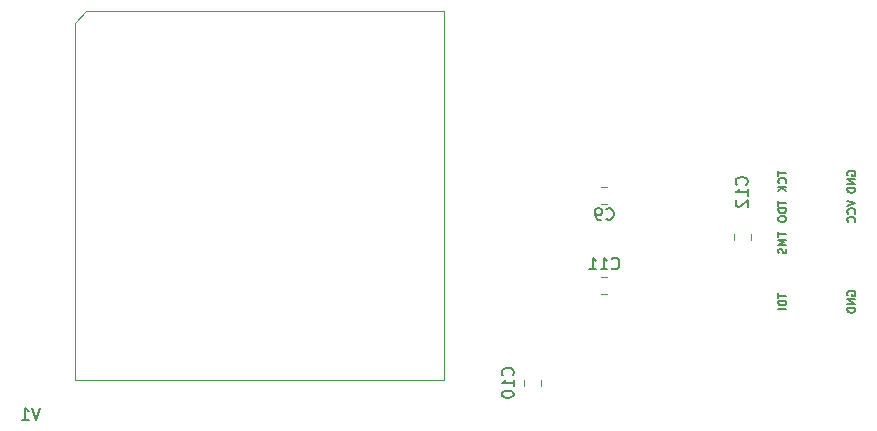
<source format=gbr>
G04 #@! TF.GenerationSoftware,KiCad,Pcbnew,7.0.10*
G04 #@! TF.CreationDate,2024-02-23T14:33:58-06:00*
G04 #@! TF.ProjectId,A600FastRAM,41363030-4661-4737-9452-414d2e6b6963,5*
G04 #@! TF.SameCoordinates,Original*
G04 #@! TF.FileFunction,Legend,Bot*
G04 #@! TF.FilePolarity,Positive*
%FSLAX46Y46*%
G04 Gerber Fmt 4.6, Leading zero omitted, Abs format (unit mm)*
G04 Created by KiCad (PCBNEW 7.0.10) date 2024-02-23 14:33:58*
%MOMM*%
%LPD*%
G01*
G04 APERTURE LIST*
%ADD10C,0.150000*%
%ADD11C,0.200000*%
%ADD12C,0.120000*%
G04 APERTURE END LIST*
D10*
X176654033Y-103621000D02*
X176654033Y-104021000D01*
X177354033Y-103821000D02*
X176654033Y-103821000D01*
X177287366Y-104654333D02*
X177320700Y-104621000D01*
X177320700Y-104621000D02*
X177354033Y-104521000D01*
X177354033Y-104521000D02*
X177354033Y-104454333D01*
X177354033Y-104454333D02*
X177320700Y-104354333D01*
X177320700Y-104354333D02*
X177254033Y-104287667D01*
X177254033Y-104287667D02*
X177187366Y-104254333D01*
X177187366Y-104254333D02*
X177054033Y-104221000D01*
X177054033Y-104221000D02*
X176954033Y-104221000D01*
X176954033Y-104221000D02*
X176820700Y-104254333D01*
X176820700Y-104254333D02*
X176754033Y-104287667D01*
X176754033Y-104287667D02*
X176687366Y-104354333D01*
X176687366Y-104354333D02*
X176654033Y-104454333D01*
X176654033Y-104454333D02*
X176654033Y-104521000D01*
X176654033Y-104521000D02*
X176687366Y-104621000D01*
X176687366Y-104621000D02*
X176720700Y-104654333D01*
X177354033Y-104954333D02*
X176654033Y-104954333D01*
X177354033Y-105354333D02*
X176954033Y-105054333D01*
X176654033Y-105354333D02*
X177054033Y-104954333D01*
X176654033Y-106144333D02*
X176654033Y-106544333D01*
X177354033Y-106344333D02*
X176654033Y-106344333D01*
X177354033Y-106777666D02*
X176654033Y-106777666D01*
X176654033Y-106777666D02*
X176654033Y-106944333D01*
X176654033Y-106944333D02*
X176687366Y-107044333D01*
X176687366Y-107044333D02*
X176754033Y-107111000D01*
X176754033Y-107111000D02*
X176820700Y-107144333D01*
X176820700Y-107144333D02*
X176954033Y-107177666D01*
X176954033Y-107177666D02*
X177054033Y-107177666D01*
X177054033Y-107177666D02*
X177187366Y-107144333D01*
X177187366Y-107144333D02*
X177254033Y-107111000D01*
X177254033Y-107111000D02*
X177320700Y-107044333D01*
X177320700Y-107044333D02*
X177354033Y-106944333D01*
X177354033Y-106944333D02*
X177354033Y-106777666D01*
X176654033Y-107611000D02*
X176654033Y-107744333D01*
X176654033Y-107744333D02*
X176687366Y-107811000D01*
X176687366Y-107811000D02*
X176754033Y-107877666D01*
X176754033Y-107877666D02*
X176887366Y-107911000D01*
X176887366Y-107911000D02*
X177120700Y-107911000D01*
X177120700Y-107911000D02*
X177254033Y-107877666D01*
X177254033Y-107877666D02*
X177320700Y-107811000D01*
X177320700Y-107811000D02*
X177354033Y-107744333D01*
X177354033Y-107744333D02*
X177354033Y-107611000D01*
X177354033Y-107611000D02*
X177320700Y-107544333D01*
X177320700Y-107544333D02*
X177254033Y-107477666D01*
X177254033Y-107477666D02*
X177120700Y-107444333D01*
X177120700Y-107444333D02*
X176887366Y-107444333D01*
X176887366Y-107444333D02*
X176754033Y-107477666D01*
X176754033Y-107477666D02*
X176687366Y-107544333D01*
X176687366Y-107544333D02*
X176654033Y-107611000D01*
X176654033Y-108794666D02*
X176654033Y-109194666D01*
X177354033Y-108994666D02*
X176654033Y-108994666D01*
X177354033Y-109427999D02*
X176654033Y-109427999D01*
X176654033Y-109427999D02*
X177154033Y-109661333D01*
X177154033Y-109661333D02*
X176654033Y-109894666D01*
X176654033Y-109894666D02*
X177354033Y-109894666D01*
X177320700Y-110194666D02*
X177354033Y-110294666D01*
X177354033Y-110294666D02*
X177354033Y-110461333D01*
X177354033Y-110461333D02*
X177320700Y-110527999D01*
X177320700Y-110527999D02*
X177287366Y-110561333D01*
X177287366Y-110561333D02*
X177220700Y-110594666D01*
X177220700Y-110594666D02*
X177154033Y-110594666D01*
X177154033Y-110594666D02*
X177087366Y-110561333D01*
X177087366Y-110561333D02*
X177054033Y-110527999D01*
X177054033Y-110527999D02*
X177020700Y-110461333D01*
X177020700Y-110461333D02*
X176987366Y-110327999D01*
X176987366Y-110327999D02*
X176954033Y-110261333D01*
X176954033Y-110261333D02*
X176920700Y-110227999D01*
X176920700Y-110227999D02*
X176854033Y-110194666D01*
X176854033Y-110194666D02*
X176787366Y-110194666D01*
X176787366Y-110194666D02*
X176720700Y-110227999D01*
X176720700Y-110227999D02*
X176687366Y-110261333D01*
X176687366Y-110261333D02*
X176654033Y-110327999D01*
X176654033Y-110327999D02*
X176654033Y-110494666D01*
X176654033Y-110494666D02*
X176687366Y-110594666D01*
X176654033Y-113964333D02*
X176654033Y-114364333D01*
X177354033Y-114164333D02*
X176654033Y-114164333D01*
X177354033Y-114597666D02*
X176654033Y-114597666D01*
X176654033Y-114597666D02*
X176654033Y-114764333D01*
X176654033Y-114764333D02*
X176687366Y-114864333D01*
X176687366Y-114864333D02*
X176754033Y-114931000D01*
X176754033Y-114931000D02*
X176820700Y-114964333D01*
X176820700Y-114964333D02*
X176954033Y-114997666D01*
X176954033Y-114997666D02*
X177054033Y-114997666D01*
X177054033Y-114997666D02*
X177187366Y-114964333D01*
X177187366Y-114964333D02*
X177254033Y-114931000D01*
X177254033Y-114931000D02*
X177320700Y-114864333D01*
X177320700Y-114864333D02*
X177354033Y-114764333D01*
X177354033Y-114764333D02*
X177354033Y-114597666D01*
X177354033Y-115297666D02*
X176654033Y-115297666D01*
X182529366Y-114147667D02*
X182496033Y-114081000D01*
X182496033Y-114081000D02*
X182496033Y-113981000D01*
X182496033Y-113981000D02*
X182529366Y-113881000D01*
X182529366Y-113881000D02*
X182596033Y-113814334D01*
X182596033Y-113814334D02*
X182662700Y-113781000D01*
X182662700Y-113781000D02*
X182796033Y-113747667D01*
X182796033Y-113747667D02*
X182896033Y-113747667D01*
X182896033Y-113747667D02*
X183029366Y-113781000D01*
X183029366Y-113781000D02*
X183096033Y-113814334D01*
X183096033Y-113814334D02*
X183162700Y-113881000D01*
X183162700Y-113881000D02*
X183196033Y-113981000D01*
X183196033Y-113981000D02*
X183196033Y-114047667D01*
X183196033Y-114047667D02*
X183162700Y-114147667D01*
X183162700Y-114147667D02*
X183129366Y-114181000D01*
X183129366Y-114181000D02*
X182896033Y-114181000D01*
X182896033Y-114181000D02*
X182896033Y-114047667D01*
X183196033Y-114481000D02*
X182496033Y-114481000D01*
X182496033Y-114481000D02*
X183196033Y-114881000D01*
X183196033Y-114881000D02*
X182496033Y-114881000D01*
X183196033Y-115214333D02*
X182496033Y-115214333D01*
X182496033Y-115214333D02*
X182496033Y-115381000D01*
X182496033Y-115381000D02*
X182529366Y-115481000D01*
X182529366Y-115481000D02*
X182596033Y-115547667D01*
X182596033Y-115547667D02*
X182662700Y-115581000D01*
X182662700Y-115581000D02*
X182796033Y-115614333D01*
X182796033Y-115614333D02*
X182896033Y-115614333D01*
X182896033Y-115614333D02*
X183029366Y-115581000D01*
X183029366Y-115581000D02*
X183096033Y-115547667D01*
X183096033Y-115547667D02*
X183162700Y-115481000D01*
X183162700Y-115481000D02*
X183196033Y-115381000D01*
X183196033Y-115381000D02*
X183196033Y-115214333D01*
X182529366Y-103987667D02*
X182496033Y-103921000D01*
X182496033Y-103921000D02*
X182496033Y-103821000D01*
X182496033Y-103821000D02*
X182529366Y-103721000D01*
X182529366Y-103721000D02*
X182596033Y-103654334D01*
X182596033Y-103654334D02*
X182662700Y-103621000D01*
X182662700Y-103621000D02*
X182796033Y-103587667D01*
X182796033Y-103587667D02*
X182896033Y-103587667D01*
X182896033Y-103587667D02*
X183029366Y-103621000D01*
X183029366Y-103621000D02*
X183096033Y-103654334D01*
X183096033Y-103654334D02*
X183162700Y-103721000D01*
X183162700Y-103721000D02*
X183196033Y-103821000D01*
X183196033Y-103821000D02*
X183196033Y-103887667D01*
X183196033Y-103887667D02*
X183162700Y-103987667D01*
X183162700Y-103987667D02*
X183129366Y-104021000D01*
X183129366Y-104021000D02*
X182896033Y-104021000D01*
X182896033Y-104021000D02*
X182896033Y-103887667D01*
X183196033Y-104321000D02*
X182496033Y-104321000D01*
X182496033Y-104321000D02*
X183196033Y-104721000D01*
X183196033Y-104721000D02*
X182496033Y-104721000D01*
X183196033Y-105054333D02*
X182496033Y-105054333D01*
X182496033Y-105054333D02*
X182496033Y-105221000D01*
X182496033Y-105221000D02*
X182529366Y-105321000D01*
X182529366Y-105321000D02*
X182596033Y-105387667D01*
X182596033Y-105387667D02*
X182662700Y-105421000D01*
X182662700Y-105421000D02*
X182796033Y-105454333D01*
X182796033Y-105454333D02*
X182896033Y-105454333D01*
X182896033Y-105454333D02*
X183029366Y-105421000D01*
X183029366Y-105421000D02*
X183096033Y-105387667D01*
X183096033Y-105387667D02*
X183162700Y-105321000D01*
X183162700Y-105321000D02*
X183196033Y-105221000D01*
X183196033Y-105221000D02*
X183196033Y-105054333D01*
X182496033Y-106127666D02*
X183196033Y-106361000D01*
X183196033Y-106361000D02*
X182496033Y-106594333D01*
X183129366Y-107227666D02*
X183162700Y-107194333D01*
X183162700Y-107194333D02*
X183196033Y-107094333D01*
X183196033Y-107094333D02*
X183196033Y-107027666D01*
X183196033Y-107027666D02*
X183162700Y-106927666D01*
X183162700Y-106927666D02*
X183096033Y-106861000D01*
X183096033Y-106861000D02*
X183029366Y-106827666D01*
X183029366Y-106827666D02*
X182896033Y-106794333D01*
X182896033Y-106794333D02*
X182796033Y-106794333D01*
X182796033Y-106794333D02*
X182662700Y-106827666D01*
X182662700Y-106827666D02*
X182596033Y-106861000D01*
X182596033Y-106861000D02*
X182529366Y-106927666D01*
X182529366Y-106927666D02*
X182496033Y-107027666D01*
X182496033Y-107027666D02*
X182496033Y-107094333D01*
X182496033Y-107094333D02*
X182529366Y-107194333D01*
X182529366Y-107194333D02*
X182562700Y-107227666D01*
X183129366Y-107927666D02*
X183162700Y-107894333D01*
X183162700Y-107894333D02*
X183196033Y-107794333D01*
X183196033Y-107794333D02*
X183196033Y-107727666D01*
X183196033Y-107727666D02*
X183162700Y-107627666D01*
X183162700Y-107627666D02*
X183096033Y-107561000D01*
X183096033Y-107561000D02*
X183029366Y-107527666D01*
X183029366Y-107527666D02*
X182896033Y-107494333D01*
X182896033Y-107494333D02*
X182796033Y-107494333D01*
X182796033Y-107494333D02*
X182662700Y-107527666D01*
X182662700Y-107527666D02*
X182596033Y-107561000D01*
X182596033Y-107561000D02*
X182529366Y-107627666D01*
X182529366Y-107627666D02*
X182496033Y-107727666D01*
X182496033Y-107727666D02*
X182496033Y-107794333D01*
X182496033Y-107794333D02*
X182529366Y-107894333D01*
X182529366Y-107894333D02*
X182562700Y-107927666D01*
D11*
X114159023Y-123666219D02*
X113825690Y-124666219D01*
X113825690Y-124666219D02*
X113492357Y-123666219D01*
X112635214Y-124666219D02*
X113206642Y-124666219D01*
X112920928Y-124666219D02*
X112920928Y-123666219D01*
X112920928Y-123666219D02*
X113016166Y-123809076D01*
X113016166Y-123809076D02*
X113111404Y-123904314D01*
X113111404Y-123904314D02*
X113206642Y-123951933D01*
D10*
X162091666Y-107673580D02*
X162139285Y-107721200D01*
X162139285Y-107721200D02*
X162282142Y-107768819D01*
X162282142Y-107768819D02*
X162377380Y-107768819D01*
X162377380Y-107768819D02*
X162520237Y-107721200D01*
X162520237Y-107721200D02*
X162615475Y-107625961D01*
X162615475Y-107625961D02*
X162663094Y-107530723D01*
X162663094Y-107530723D02*
X162710713Y-107340247D01*
X162710713Y-107340247D02*
X162710713Y-107197390D01*
X162710713Y-107197390D02*
X162663094Y-107006914D01*
X162663094Y-107006914D02*
X162615475Y-106911676D01*
X162615475Y-106911676D02*
X162520237Y-106816438D01*
X162520237Y-106816438D02*
X162377380Y-106768819D01*
X162377380Y-106768819D02*
X162282142Y-106768819D01*
X162282142Y-106768819D02*
X162139285Y-106816438D01*
X162139285Y-106816438D02*
X162091666Y-106864057D01*
X161615475Y-107768819D02*
X161424999Y-107768819D01*
X161424999Y-107768819D02*
X161329761Y-107721200D01*
X161329761Y-107721200D02*
X161282142Y-107673580D01*
X161282142Y-107673580D02*
X161186904Y-107530723D01*
X161186904Y-107530723D02*
X161139285Y-107340247D01*
X161139285Y-107340247D02*
X161139285Y-106959295D01*
X161139285Y-106959295D02*
X161186904Y-106864057D01*
X161186904Y-106864057D02*
X161234523Y-106816438D01*
X161234523Y-106816438D02*
X161329761Y-106768819D01*
X161329761Y-106768819D02*
X161520237Y-106768819D01*
X161520237Y-106768819D02*
X161615475Y-106816438D01*
X161615475Y-106816438D02*
X161663094Y-106864057D01*
X161663094Y-106864057D02*
X161710713Y-106959295D01*
X161710713Y-106959295D02*
X161710713Y-107197390D01*
X161710713Y-107197390D02*
X161663094Y-107292628D01*
X161663094Y-107292628D02*
X161615475Y-107340247D01*
X161615475Y-107340247D02*
X161520237Y-107387866D01*
X161520237Y-107387866D02*
X161329761Y-107387866D01*
X161329761Y-107387866D02*
X161234523Y-107340247D01*
X161234523Y-107340247D02*
X161186904Y-107292628D01*
X161186904Y-107292628D02*
X161139285Y-107197390D01*
X154158580Y-120904142D02*
X154206200Y-120856523D01*
X154206200Y-120856523D02*
X154253819Y-120713666D01*
X154253819Y-120713666D02*
X154253819Y-120618428D01*
X154253819Y-120618428D02*
X154206200Y-120475571D01*
X154206200Y-120475571D02*
X154110961Y-120380333D01*
X154110961Y-120380333D02*
X154015723Y-120332714D01*
X154015723Y-120332714D02*
X153825247Y-120285095D01*
X153825247Y-120285095D02*
X153682390Y-120285095D01*
X153682390Y-120285095D02*
X153491914Y-120332714D01*
X153491914Y-120332714D02*
X153396676Y-120380333D01*
X153396676Y-120380333D02*
X153301438Y-120475571D01*
X153301438Y-120475571D02*
X153253819Y-120618428D01*
X153253819Y-120618428D02*
X153253819Y-120713666D01*
X153253819Y-120713666D02*
X153301438Y-120856523D01*
X153301438Y-120856523D02*
X153349057Y-120904142D01*
X154253819Y-121856523D02*
X154253819Y-121285095D01*
X154253819Y-121570809D02*
X153253819Y-121570809D01*
X153253819Y-121570809D02*
X153396676Y-121475571D01*
X153396676Y-121475571D02*
X153491914Y-121380333D01*
X153491914Y-121380333D02*
X153539533Y-121285095D01*
X153253819Y-122475571D02*
X153253819Y-122570809D01*
X153253819Y-122570809D02*
X153301438Y-122666047D01*
X153301438Y-122666047D02*
X153349057Y-122713666D01*
X153349057Y-122713666D02*
X153444295Y-122761285D01*
X153444295Y-122761285D02*
X153634771Y-122808904D01*
X153634771Y-122808904D02*
X153872866Y-122808904D01*
X153872866Y-122808904D02*
X154063342Y-122761285D01*
X154063342Y-122761285D02*
X154158580Y-122713666D01*
X154158580Y-122713666D02*
X154206200Y-122666047D01*
X154206200Y-122666047D02*
X154253819Y-122570809D01*
X154253819Y-122570809D02*
X154253819Y-122475571D01*
X154253819Y-122475571D02*
X154206200Y-122380333D01*
X154206200Y-122380333D02*
X154158580Y-122332714D01*
X154158580Y-122332714D02*
X154063342Y-122285095D01*
X154063342Y-122285095D02*
X153872866Y-122237476D01*
X153872866Y-122237476D02*
X153634771Y-122237476D01*
X153634771Y-122237476D02*
X153444295Y-122285095D01*
X153444295Y-122285095D02*
X153349057Y-122332714D01*
X153349057Y-122332714D02*
X153301438Y-122380333D01*
X153301438Y-122380333D02*
X153253819Y-122475571D01*
X162567857Y-111865580D02*
X162615476Y-111913200D01*
X162615476Y-111913200D02*
X162758333Y-111960819D01*
X162758333Y-111960819D02*
X162853571Y-111960819D01*
X162853571Y-111960819D02*
X162996428Y-111913200D01*
X162996428Y-111913200D02*
X163091666Y-111817961D01*
X163091666Y-111817961D02*
X163139285Y-111722723D01*
X163139285Y-111722723D02*
X163186904Y-111532247D01*
X163186904Y-111532247D02*
X163186904Y-111389390D01*
X163186904Y-111389390D02*
X163139285Y-111198914D01*
X163139285Y-111198914D02*
X163091666Y-111103676D01*
X163091666Y-111103676D02*
X162996428Y-111008438D01*
X162996428Y-111008438D02*
X162853571Y-110960819D01*
X162853571Y-110960819D02*
X162758333Y-110960819D01*
X162758333Y-110960819D02*
X162615476Y-111008438D01*
X162615476Y-111008438D02*
X162567857Y-111056057D01*
X161615476Y-111960819D02*
X162186904Y-111960819D01*
X161901190Y-111960819D02*
X161901190Y-110960819D01*
X161901190Y-110960819D02*
X161996428Y-111103676D01*
X161996428Y-111103676D02*
X162091666Y-111198914D01*
X162091666Y-111198914D02*
X162186904Y-111246533D01*
X160663095Y-111960819D02*
X161234523Y-111960819D01*
X160948809Y-111960819D02*
X160948809Y-110960819D01*
X160948809Y-110960819D02*
X161044047Y-111103676D01*
X161044047Y-111103676D02*
X161139285Y-111198914D01*
X161139285Y-111198914D02*
X161234523Y-111246533D01*
X173968580Y-104767142D02*
X174016200Y-104719523D01*
X174016200Y-104719523D02*
X174063819Y-104576666D01*
X174063819Y-104576666D02*
X174063819Y-104481428D01*
X174063819Y-104481428D02*
X174016200Y-104338571D01*
X174016200Y-104338571D02*
X173920961Y-104243333D01*
X173920961Y-104243333D02*
X173825723Y-104195714D01*
X173825723Y-104195714D02*
X173635247Y-104148095D01*
X173635247Y-104148095D02*
X173492390Y-104148095D01*
X173492390Y-104148095D02*
X173301914Y-104195714D01*
X173301914Y-104195714D02*
X173206676Y-104243333D01*
X173206676Y-104243333D02*
X173111438Y-104338571D01*
X173111438Y-104338571D02*
X173063819Y-104481428D01*
X173063819Y-104481428D02*
X173063819Y-104576666D01*
X173063819Y-104576666D02*
X173111438Y-104719523D01*
X173111438Y-104719523D02*
X173159057Y-104767142D01*
X174063819Y-105719523D02*
X174063819Y-105148095D01*
X174063819Y-105433809D02*
X173063819Y-105433809D01*
X173063819Y-105433809D02*
X173206676Y-105338571D01*
X173206676Y-105338571D02*
X173301914Y-105243333D01*
X173301914Y-105243333D02*
X173349533Y-105148095D01*
X173159057Y-106100476D02*
X173111438Y-106148095D01*
X173111438Y-106148095D02*
X173063819Y-106243333D01*
X173063819Y-106243333D02*
X173063819Y-106481428D01*
X173063819Y-106481428D02*
X173111438Y-106576666D01*
X173111438Y-106576666D02*
X173159057Y-106624285D01*
X173159057Y-106624285D02*
X173254295Y-106671904D01*
X173254295Y-106671904D02*
X173349533Y-106671904D01*
X173349533Y-106671904D02*
X173492390Y-106624285D01*
X173492390Y-106624285D02*
X174063819Y-106052857D01*
X174063819Y-106052857D02*
X174063819Y-106671904D01*
D12*
X117081000Y-91085000D02*
X117081000Y-121335000D01*
X117081000Y-121335000D02*
X148331000Y-121335000D01*
X118081000Y-90085000D02*
X117081000Y-91085000D01*
X148331000Y-90085000D02*
X118101000Y-90089000D01*
X148331000Y-121335000D02*
X148331000Y-90085000D01*
X161663748Y-104954000D02*
X162186252Y-104954000D01*
X161663748Y-106374000D02*
X162186252Y-106374000D01*
X156541000Y-121285748D02*
X156541000Y-121808252D01*
X155121000Y-121285748D02*
X155121000Y-121808252D01*
X161663748Y-112574000D02*
X162186252Y-112574000D01*
X161663748Y-113994000D02*
X162186252Y-113994000D01*
X174319000Y-108958748D02*
X174319000Y-109481252D01*
X172899000Y-108958748D02*
X172899000Y-109481252D01*
M02*

</source>
